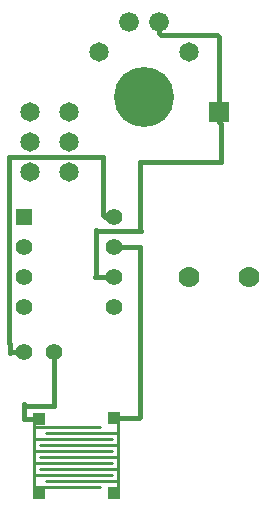
<source format=gbl>
G04 #@! TF.FileFunction,Copper,L2,Bot,Signal*
%FSLAX46Y46*%
G04 Gerber Fmt 4.6, Leading zero omitted, Abs format (unit mm)*
G04 Created by KiCad (PCBNEW 4.0.7) date 02/16/20 19:44:05*
%MOMM*%
%LPD*%
G01*
G04 APERTURE LIST*
%ADD10C,0.150000*%
%ADD11C,0.254000*%
%ADD12C,1.651000*%
%ADD13R,1.397000X1.397000*%
%ADD14C,1.397000*%
%ADD15R,1.700000X1.700000*%
%ADD16C,1.778000*%
%ADD17C,5.080000*%
%ADD18R,1.016000X1.016000*%
%ADD19C,1.676400*%
%ADD20C,0.406400*%
G04 APERTURE END LIST*
D10*
D11*
X132969000Y-134620000D02*
X138557000Y-134620000D01*
X132969000Y-129540000D02*
X138557000Y-129540000D01*
X140081000Y-134112000D02*
X133985000Y-134112000D01*
X140081000Y-130048000D02*
X133985000Y-130048000D01*
X132969000Y-133604000D02*
X139573000Y-133604000D01*
X132969000Y-130556000D02*
X139573000Y-130556000D01*
X140081000Y-131064000D02*
X133477000Y-131064000D01*
X140081000Y-133096000D02*
X133477000Y-133096000D01*
X132969000Y-132588000D02*
X139573000Y-132588000D01*
X132969000Y-131572000D02*
X139573000Y-131572000D01*
X140081000Y-132080000D02*
X133477000Y-132080000D01*
X139573000Y-135382000D02*
X140081000Y-134874000D01*
X140081000Y-134874000D02*
X140081000Y-129032000D01*
X140081000Y-129032000D02*
X139573000Y-128524000D01*
X132969000Y-135128000D02*
X132969000Y-129286000D01*
X132969000Y-129286000D02*
X133477000Y-128778000D01*
D12*
X135890000Y-105410000D03*
X135890000Y-102870000D03*
X135890000Y-107950000D03*
X132588000Y-102870000D03*
X132588000Y-105410000D03*
X132588000Y-107950000D03*
D13*
X132080000Y-111760000D03*
D14*
X132080000Y-114300000D03*
X132080000Y-116840000D03*
X132080000Y-119380000D03*
X139700000Y-119380000D03*
X139700000Y-116840000D03*
X139700000Y-114300000D03*
X139700000Y-111760000D03*
D15*
X148590000Y-102870000D03*
D16*
X151130000Y-116840000D03*
X146050000Y-116840000D03*
D17*
X142240000Y-101600000D03*
D12*
X146050000Y-97790000D03*
X138430000Y-97790000D03*
D18*
X139700000Y-128778000D03*
X133350000Y-128905000D03*
X139700000Y-135128000D03*
X133350000Y-135128000D03*
D14*
X132080000Y-123190000D03*
X134620000Y-123190000D03*
D19*
X143510000Y-95250000D03*
X140970000Y-95250000D03*
D20*
X139700000Y-111760000D02*
X138938000Y-111760000D01*
X131064000Y-123190000D02*
X132080000Y-123190000D01*
X130937000Y-123317000D02*
X131064000Y-123190000D01*
X130937000Y-122555000D02*
X130937000Y-123317000D01*
X130810000Y-122428000D02*
X130937000Y-122555000D01*
X130810000Y-114046000D02*
X130810000Y-122428000D01*
X130810000Y-106680000D02*
X130810000Y-114046000D01*
X133985000Y-106680000D02*
X130810000Y-106680000D01*
X138811000Y-106680000D02*
X133985000Y-106680000D01*
X138811000Y-111633000D02*
X138811000Y-106680000D01*
X138938000Y-111760000D02*
X138811000Y-111633000D01*
X133350000Y-128905000D02*
X132207000Y-128905000D01*
X134620000Y-127762000D02*
X134620000Y-123190000D01*
X132207000Y-127762000D02*
X134620000Y-127762000D01*
X132080000Y-127635000D02*
X132207000Y-127762000D01*
X132080000Y-128905000D02*
X132080000Y-127635000D01*
X132207000Y-128905000D02*
X132080000Y-128905000D01*
X139700000Y-116840000D02*
X138140000Y-116840000D01*
X148800000Y-103900000D02*
X148590000Y-103690000D01*
X148800000Y-107100000D02*
X148800000Y-103900000D01*
X141900000Y-107100000D02*
X148800000Y-107100000D01*
X141900000Y-112900000D02*
X141900000Y-107100000D01*
X142000000Y-113000000D02*
X141900000Y-112900000D01*
X138300000Y-113000000D02*
X142000000Y-113000000D01*
X138200000Y-112900000D02*
X138300000Y-113000000D01*
X138200000Y-116780000D02*
X138200000Y-112900000D01*
X138140000Y-116840000D02*
X138200000Y-116780000D01*
X148590000Y-103690000D02*
X148590000Y-102870000D01*
X148590000Y-102870000D02*
X148590000Y-96510000D01*
X143510000Y-96210000D02*
X143510000Y-95250000D01*
X143700000Y-96400000D02*
X143510000Y-96210000D01*
X148480000Y-96400000D02*
X143700000Y-96400000D01*
X148590000Y-96510000D02*
X148480000Y-96400000D01*
X139700000Y-128778000D02*
X141822000Y-128778000D01*
X141900000Y-114300000D02*
X139700000Y-114300000D01*
X141900000Y-128700000D02*
X141900000Y-114300000D01*
X141822000Y-128778000D02*
X141900000Y-128700000D01*
M02*

</source>
